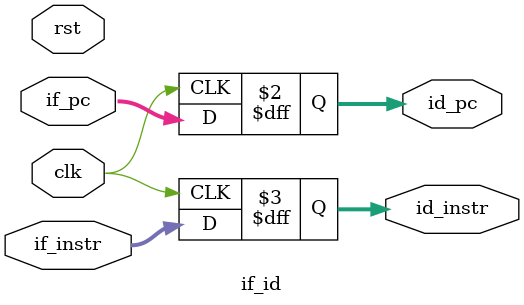
<source format=v>
module if_id(
    input clk, rst,
    input [31: 0] if_pc,
    input [31: 0] if_instr,

    output reg [31: 0] id_pc,
    output reg [31: 0] id_instr
);

always @(posedge clk) begin
    id_pc <= if_pc;
    id_instr <= if_instr;
end

endmodule
</source>
